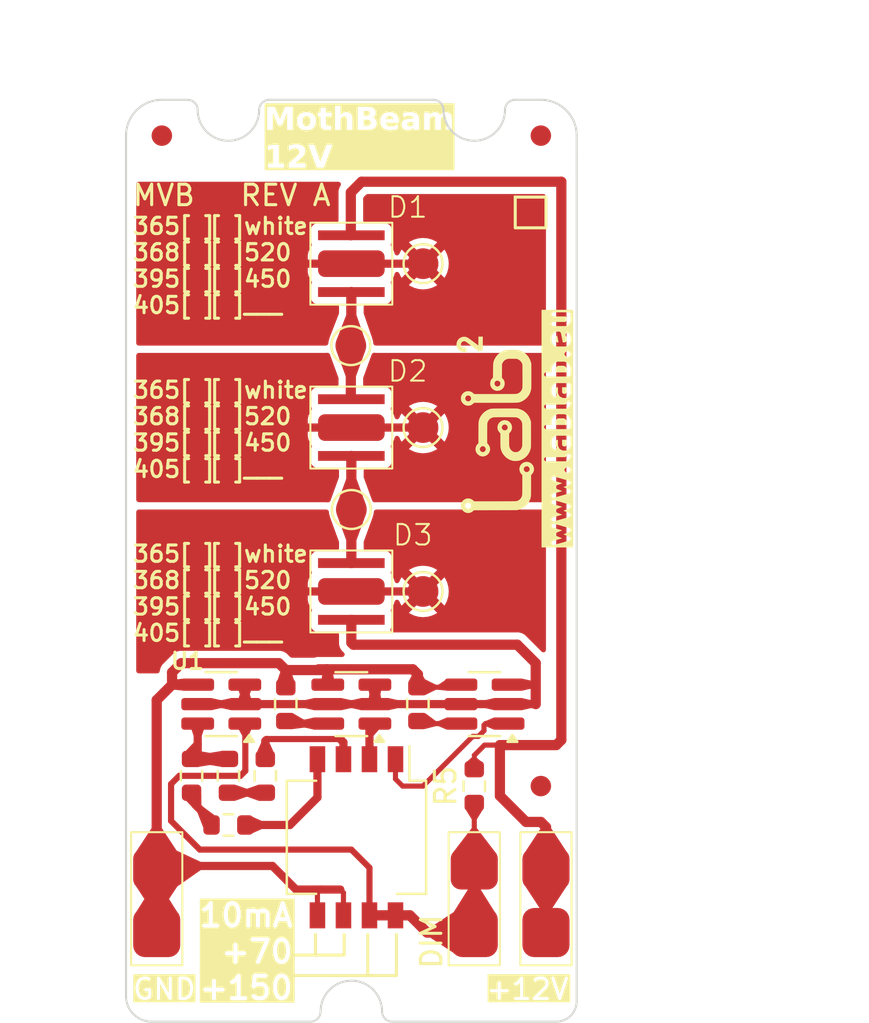
<source format=kicad_pcb>
(kicad_pcb (version 20240108) (generator "pcbnew") (generator_version "8.0")
  (layers (0 "F.Cu" signal) (31 "B.Cu" signal) (34 "B.Paste" user) (35 "F.Paste" user) (36 "B.SilkS" user "B.Silkscreen") (37 "F.SilkS" user "F.Silkscreen") (38 "B.Mask" user) (39 "F.Mask" user) (44 "Edge.Cuts" user))
  (net 0 "")
  (net 1 "/LED-")
  (net 2 "Net-(D1-K)")
  (net 3 "Net-(D2-K)")
  (net 4 "Net-(U3-REXT)")
  (net 5 "/LED+")
  (net 6 "EN")
  (net 7 "GND")
  (net 8 "Net-(R4-Pad2)")
  (net 9 "Net-(U1-REXT)")
  (net 10 "Net-(U2-REXT)")
  (net 11 "/T1")
  (net 12 "/T2")
  (net 13 "/T3")
  (net 14 "Net-(R6-Pad2)")
  (net 15 "Net-(R2-Pad2)")
  (net 16 "Net-(R3-Pad2)")
  (net 17 "Net-(U2-EN)")
  (net 18 "Net-(U3-EN)")
  (footprint "Fiducial:Fiducial_1mm_Mask3mm" (layer "F.Cu") (at 124.25 31.75)
    (property "Reference" "FID3" (hide yes))
    (property "Value" "Fiducial")
    (pad "" smd circle (at 0 0) (size 1 1) (layers "F.Cu" "F.Mask") (clearance 1))
  )
  (footprint "Button_Switch_SMD:SW_DIP_SPSTx04_Slide_KingTek_DSHP04TS_W7.62mm_P1.27mm" (layer "F.Cu") (at 115.25 66 -90)
    (property "Reference" "SW2" (hide yes))
    (property "Value" "SW_DIP_x04")
    (fp_line (start -2.76 3.401) (end 2.76 3.401) (stroke (width 0.12)) (layer "F.SilkS"))
    (fp_line (start -2.76 1.966) (end -2.76 3.401) (stroke (width 0.12)) (layer "F.SilkS"))
    (fp_line (start 2.76 1.966) (end 2.76 3.401) (stroke (width 0.12)) (layer "F.SilkS"))
    (fp_line (start -4.446 -2.585) (end -2.76 -2.585) (stroke (width 0.12)) (layer "F.SilkS"))
    (fp_line (start -2.76 -3.401) (end -2.76 -2.585) (stroke (width 0.12)) (layer "F.SilkS"))
    (fp_line (start -2.76 -3.401) (end 2.76 -3.401) (stroke (width 0.12)) (layer "F.SilkS"))
    (fp_line (start 2.76 -3.401) (end 2.76 -1.966) (stroke (width 0.12)) (layer "F.SilkS"))
    (pad "1" smd rect (at -3.81 -1.905 270) (size 1.27 0.76) (layers "F.Cu" "F.Paste" "F.Mask") (net 18 "Net-(U3-EN)"))
    (pad "2" smd rect (at -3.81 -0.635 270) (size 1.27 0.76) (layers "F.Cu" "F.Paste" "F.Mask") (net 17 "Net-(U2-EN)"))
    (pad "3" smd rect (at -3.81 0.635 270) (size 1.27 0.76) (layers "F.Cu" "F.Paste" "F.Mask") (net 14 "Net-(R6-Pad2)"))
    (pad "4" smd rect (at -3.81 1.905 270) (size 1.27 0.76) (layers "F.Cu" "F.Paste" "F.Mask") (net 8 "Net-(R4-Pad2)"))
    (pad "5" smd rect (at 3.81 1.905 270) (size 1.27 0.76) (layers "F.Cu" "F.Paste" "F.Mask") (net 7 "GND"))
    (pad "6" smd rect (at 3.81 0.635 270) (size 1.27 0.76) (layers "F.Cu" "F.Paste" "F.Mask") (net 7 "GND"))
    (pad "7" smd rect (at 3.81 -0.635 270) (size 1.27 0.76) (layers "F.Cu" "F.Paste" "F.Mask") (net 6 "EN"))
    (pad "8" smd rect (at 3.81 -1.905 270) (size 1.27 0.76) (layers "F.Cu" "F.Paste" "F.Mask") (net 6 "EN"))
  )
  (footprint "Resistor_SMD:R_0603_1608Metric" (layer "F.Cu") (at 110.8 63 90)
    (property "Reference" "R6" (hide yes))
    (property "Value" "5.1 1/3 W")
    (fp_line (start -0.237258 -0.5225) (end 0.237258 -0.5225) (stroke (width 0.12)) (layer "F.SilkS"))
    (fp_line (start -0.237258 0.5225) (end 0.237258 0.5225) (stroke (width 0.12)) (layer "F.SilkS"))
    (pad "1" smd roundrect (at -0.825 0 90) (size 0.8 0.95) (layers "F.Cu" "F.Paste" "F.Mask") (net 15 "Net-(R2-Pad2)"))
    (pad "2" smd roundrect (at 0.825 0 90) (size 0.8 0.95) (layers "F.Cu" "F.Paste" "F.Mask") (net 14 "Net-(R6-Pad2)"))
  )
  (footprint "Resistor_SMD:R_0603_1608Metric" (layer "F.Cu") (at 111.8 59.5 90)
    (property "Reference" "R9" (hide yes))
    (property "Value" "5.1 1/3 W")
    (fp_line (start -0.237258 -0.5225) (end 0.237258 -0.5225) (stroke (width 0.12)) (layer "F.SilkS"))
    (fp_line (start -0.237258 0.5225) (end 0.237258 0.5225) (stroke (width 0.12)) (layer "F.SilkS"))
    (pad "1" smd roundrect (at -0.825 0 90) (size 0.8 0.95) (layers "F.Cu" "F.Paste" "F.Mask") (net 10 "Net-(U2-REXT)"))
    (pad "2" smd roundrect (at 0.825 0 90) (size 0.8 0.95) (layers "F.Cu" "F.Paste" "F.Mask") (net 7 "GND"))
  )
  (footprint "TestPoint:TestPoint_Pad_D1.5mm" (layer "F.Cu") (at 115 50)
    (property "Reference" "TP1" (hide yes))
    (property "Value" "LED2+")
    (fp_circle (center 0 0) (end 0 0.95) (stroke (width 0.12)) (fill none) (layer "F.SilkS"))
    (pad "1" smd circle (at 0 0) (size 1.5 1.5) (layers "F.Cu" "F.Mask") (net 3 "Net-(D2-K)"))
  )
  (footprint "Fiducial:Fiducial_1mm_Mask3mm" (layer "F.Cu") (at 105.75 31.75)
    (property "Reference" "FID2" (hide yes))
    (property "Value" "Fiducial")
    (pad "" smd circle (at 0 0) (size 1 1) (layers "F.Cu" "F.Mask") (clearance 1))
  )
  (footprint "Fiducial:Fiducial_1mm_Mask3mm" (layer "F.Cu") (at 124.25 63.5)
    (property "Reference" "FID1" (hide yes))
    (property "Value" "Fiducial")
    (pad "" smd circle (at 0 0) (size 1 1) (layers "F.Cu" "F.Mask") (clearance 1))
  )
  (footprint "TestPoint:TestPoint_Pad_D1.5mm" (layer "F.Cu") (at 118.5 38)
    (property "Reference" "TP2" (hide yes))
    (property "Value" "LED2+")
    (fp_circle (center 0 0) (end 0 0.95) (stroke (width 0.12)) (fill none) (layer "F.SilkS"))
    (pad "1" smd circle (at 0 0) (size 1.5 1.5) (layers "F.Cu" "F.Mask") (net 11 "/T1"))
  )
  (footprint "TestPoint:TestPoint_Pad_D1.5mm" (layer "F.Cu") (at 118.5 54)
    (property "Reference" "TP5" (hide yes))
    (property "Value" "LED2+")
    (fp_circle (center 0 0) (end 0 0.95) (stroke (width 0.12)) (fill none) (layer "F.SilkS"))
    (pad "1" smd circle (at 0 0) (size 1.5 1.5) (layers "F.Cu" "F.Mask") (net 13 "/T3"))
  )
  (footprint "Package_TO_SOT_SMD:SC-74-6_1.55x2.9mm_P0.95mm" (layer "F.Cu") (at 108.65 59.5 180)
    (property "Reference" "U1" (at 1.65 2.1 0) (layer "F.SilkS") (effects (font (size 0.8 0.8))))
    (property "Value" "BCR421U")
    (fp_line (start 0 1.56) (end 0.775 1.56) (stroke (width 0.12)) (layer "F.SilkS"))
    (fp_line (start 0 1.56) (end -0.775 1.56) (stroke (width 0.12)) (layer "F.SilkS"))
    (fp_line (start 0 -1.56) (end 0.775 -1.56) (stroke (width 0.12)) (layer "F.SilkS"))
    (fp_line (start 0 -1.56) (end -0.775 -1.56) (stroke (width 0.12)) (layer "F.SilkS"))
    (fp_poly (pts (xy -1.3625 -1.51) (xy -1.6025 -1.84) (xy -1.1225 -1.84) (xy -1.3625 -1.51)) (stroke (width 0.12)) (fill solid) (layer "F.SilkS"))
    (pad "1" smd roundrect (at -1.15 -0.95 180) (size 1.6 0.6) (layers "F.Cu" "F.Paste" "F.Mask") (net 6 "EN"))
    (pad "2" smd roundrect (at -1.15 0 180) (size 1.6 0.6) (layers "F.Cu" "F.Paste" "F.Mask") (net 1 "/LED-"))
    (pad "3" smd roundrect (at -1.15 0.95 180) (size 1.6 0.6) (layers "F.Cu" "F.Paste" "F.Mask") (net 1 "/LED-"))
    (pad "4" smd roundrect (at 1.15 0.95 180) (size 1.6 0.6) (layers "F.Cu" "F.Paste" "F.Mask") (net 7 "GND"))
    (pad "5" smd roundrect (at 1.15 0 180) (size 1.6 0.6) (layers "F.Cu" "F.Paste" "F.Mask") (net 1 "/LED-"))
    (pad "6" smd roundrect (at 1.15 -0.95 180) (size 1.6 0.6) (layers "F.Cu" "F.Paste" "F.Mask") (net 9 "Net-(U1-REXT)"))
  )
  (footprint "TestPoint:TestPoint_Pad_D1.5mm" (layer "F.Cu") (at 114.9746 42)
    (property "Reference" "TP3" (hide yes))
    (property "Value" "LED2+" (hide yes))
    (fp_circle (center 0 0) (end 0 0.95) (stroke (width 0.12)) (fill none) (layer "F.SilkS"))
    (pad "1" smd circle (at 0 0) (size 1.5 1.5) (layers "F.Cu" "F.Mask") (net 2 "Net-(D1-K)"))
  )
  (footprint "Resistor_SMD:R_0603_1608Metric" (layer "F.Cu") (at 118.25 59.5 90)
    (property "Reference" "R1" (hide yes))
    (property "Value" "5.1 1/3 W")
    (fp_line (start -0.237258 -0.5225) (end 0.237258 -0.5225) (stroke (width 0.12)) (layer "F.SilkS"))
    (fp_line (start -0.237258 0.5225) (end 0.237258 0.5225) (stroke (width 0.12)) (layer "F.SilkS"))
    (pad "1" smd roundrect (at -0.825 0 90) (size 0.8 0.95) (layers "F.Cu" "F.Paste" "F.Mask") (net 4 "Net-(U3-REXT)"))
    (pad "2" smd roundrect (at 0.825 0 90) (size 0.8 0.95) (layers "F.Cu" "F.Paste" "F.Mask") (net 7 "GND"))
  )
  (footprint "Resistor_SMD:R_0603_1608Metric" (layer "F.Cu") (at 109 65.4)
    (property "Reference" "R4" (hide yes))
    (property "Value" "5.1 1/3 W")
    (fp_line (start -0.237258 -0.5225) (end 0.237258 -0.5225) (stroke (width 0.12)) (layer "F.SilkS"))
    (fp_line (start -0.237258 0.5225) (end 0.237258 0.5225) (stroke (width 0.12)) (layer "F.SilkS"))
    (pad "1" smd roundrect (at -0.825 0) (size 0.8 0.95) (layers "F.Cu" "F.Paste" "F.Mask") (net 16 "Net-(R3-Pad2)"))
    (pad "2" smd roundrect (at 0.825 0) (size 0.8 0.95) (layers "F.Cu" "F.Paste" "F.Mask") (net 8 "Net-(R4-Pad2)"))
  )
  (footprint "Resistor_SMD:R_0603_1608Metric" (layer "F.Cu") (at 121 63.5 -90)
    (property "Reference" "R5" (at 0 1.4 90) (layer "F.SilkS"))
    (property "Value" "5.1 1/3 W")
    (fp_line (start -0.237258 0.5225) (end 0.237258 0.5225) (stroke (width 0.12)) (layer "F.SilkS"))
    (fp_line (start -0.237258 -0.5225) (end 0.237258 -0.5225) (stroke (width 0.12)) (layer "F.SilkS"))
    (pad "1" smd roundrect (at -0.825 0 270) (size 0.8 0.95) (layers "F.Cu" "F.Paste" "F.Mask") (net 5 "/LED+"))
    (pad "2" smd roundrect (at 0.825 0 270) (size 0.8 0.95) (layers "F.Cu" "F.Paste" "F.Mask") (net 6 "EN"))
  )
  (footprint "LabLab:Wuerth_HP_Ceramic" (layer "F.Cu") (at 115 38 90)
    (property "Reference" "D1" (at 2.75 2.75 0) (layer "F.SilkS") (effects (font (thickness 0.1))))
    (property "Value" "LED1")
    (fp_rect (start -2 -2) (end 2 2) (stroke (width 0.1)) (fill none) (layer "F.SilkS"))
    (pad "1" smd custom (at -1.385 0 90) (size 0.48 3.25) (layers "F.Cu" "F.Paste" "F.Mask") (net 2 "Net-(D1-K)") (options (clearance outline) (anchor rect)) (primitives (gr_bbox (start -0.75 -0.25) (end 0 0.25) (fill yes))))
    (pad "2" smd custom (at 1.385 0 90) (size 0.48 3.25) (layers "F.Cu" "F.Paste" "F.Mask") (net 5 "/LED+") (options (clearance outline) (anchor rect)) (primitives (gr_bbox (start 0 -0.25) (end 0.75 0.25) (fill yes))))
    (pad "3" smd roundrect (at 0 0 90) (size 1.3 3.25) (layers "F.Cu" "F.Paste" "F.Mask") (net 11 "/T1"))
  )
  (footprint "Package_TO_SOT_SMD:SC-74-6_1.55x2.9mm_P0.95mm" (layer "F.Cu") (at 115 59.5 180)
    (property "Reference" "U2" (hide yes))
    (property "Value" "BCR421U")
    (fp_line (start 0 1.56) (end 0.775 1.56) (stroke (width 0.12)) (layer "F.SilkS"))
    (fp_line (start 0 1.56) (end -0.775 1.56) (stroke (width 0.12)) (layer "F.SilkS"))
    (fp_line (start 0 -1.56) (end 0.775 -1.56) (stroke (width 0.12)) (layer "F.SilkS"))
    (fp_line (start 0 -1.56) (end -0.775 -1.56) (stroke (width 0.12)) (layer "F.SilkS"))
    (fp_poly (pts (xy -1.3625 -1.51) (xy -1.6025 -1.84) (xy -1.1225 -1.84) (xy -1.3625 -1.51)) (stroke (width 0.12)) (fill solid) (layer "F.SilkS"))
    (pad "1" smd roundrect (at -1.15 -0.95 180) (size 1.6 0.6) (layers "F.Cu" "F.Paste" "F.Mask") (net 17 "Net-(U2-EN)"))
    (pad "2" smd roundrect (at -1.15 0 180) (size 1.6 0.6) (layers "F.Cu" "F.Paste" "F.Mask") (net 1 "/LED-"))
    (pad "3" smd roundrect (at -1.15 0.95 180) (size 1.6 0.6) (layers "F.Cu" "F.Paste" "F.Mask") (net 1 "/LED-"))
    (pad "4" smd roundrect (at 1.15 0.95 180) (size 1.6 0.6) (layers "F.Cu" "F.Paste" "F.Mask") (net 7 "GND"))
    (pad "5" smd roundrect (at 1.15 0 180) (size 1.6 0.6) (layers "F.Cu" "F.Paste" "F.Mask") (net 1 "/LED-"))
    (pad "6" smd roundrect (at 1.15 -0.95 180) (size 1.6 0.6) (layers "F.Cu" "F.Paste" "F.Mask") (net 10 "Net-(U2-REXT)"))
  )
  (footprint "LabLab:2834171-3" (layer "F.Cu") (at 121 69 90)
    (property "Reference" "J3" (hide yes))
    (property "Value" "EN")
    (fp_rect (start -3.25 -1.25) (end 3.25 1.25) (stroke (width 0.1)) (fill none) (layer "F.SilkS"))
    (pad "1" smd roundrect (at -1.65 0 90) (size 2.4 2.3) (layers "F.Cu" "F.Paste" "F.Mask") (net 6 "EN"))
    (pad "1" smd roundrect (at 1.45 0 90) (size 2 2.3) (layers "F.Cu" "F.Paste" "F.Mask") (net 6 "EN"))
  )
  (footprint "LabLab:logo_10mm_5mm" (layer "F.Cu") (at 122 46 90)
    (property "Reference" "H1" (hide yes))
    (property "Value" "LabLab Logo" (hide yes))
    (fp_poly (pts (xy 4.137674 -1.860048) (xy 4.21182 -1.836442) (xy 4.278747 -1.798387) (xy 4.336456 -1.746937) (xy 4.370075 -1.703848) (xy 4.408129 -1.63249) (xy 4.429936 -1.557722) (xy 4.435344 -1.481276) (xy 4.424205 -1.404882) (xy 4.401603 -1.341262) (xy 4.39173 -1.324062) (xy 4.372803 -1.295131) (xy 4.346162 -1.256367) (xy 4.313145 -1.209666) (xy 4.275093 -1.156927) (xy 4.233344 -1.100047) (xy 4.1953 -1.048993) (xy 4.009381 -0.801249) (xy 4.224191 -0.798959) (xy 4.439002 -0.79667) (xy 4.439002 -0.582726) (xy 3.787876 -0.582726) (xy 3.744869 -0.668428) (xy 3.701861 -0.754131) (xy 3.947051 -1.080817) (xy 3.996817 -1.147387) (xy 4.043698 -1.210601) (xy 4.08662 -1.268977) (xy 4.124511 -1.321033) (xy 4.156299 -1.365288) (xy 4.180911 -1.400258) (xy 4.197275 -1.424462) (xy 4.204218 -1.436169) (xy 4.2154 -1.48326) (xy 4.211242 -1.529738) (xy 4.193393 -1.572713) (xy 4.163498 -1.609294) (xy 4.123206 -1.636588) (xy 4.082216 -1.650288) (xy 4.045939 -1.650605) (xy 4.005709 -1.640278) (xy 3.968943 -1.621489) (xy 3.959192 -1.614105) (xy 3.934475 -1.58926) (xy 3.917554 -1.561036) (xy 3.906822 -1.525315) (xy 3.900672 -1.477978) (xy 3.899493 -1.4611) (xy 3.894838 -1.383975) (xy 3.680601 -1.383975) (xy 3.68199 -1.471617) (xy 3.687269 -1.548858) (xy 3.701372 -1.614168) (xy 3.725706 -1.671069) (xy 3.761679 -1.723082) (xy 3.798048 -1.761875) (xy 3.855979 -1.810039) (xy 3.915159 -1.842779) (xy 3.979339 -1.861629) (xy 4.052273 -1.86812) (xy 4.058312 -1.868151)) (fill solid) (layer "F.SilkS"))
    (fp_poly (pts (xy -3.770753 -1.649153) (xy -3.739967 -1.647133) (xy -3.71583 -1.642685) (xy -3.693106 -1.634924) (xy -3.672629 -1.62583) (xy -3.602829 -1.58445) (xy -3.545951 -1.531862) (xy -3.502202 -1.468347) (xy -3.471788 -1.394189) (xy -3.457811 -1.331489) (xy -3.456595 -1.290576) (xy -3.462797 -1.241333) (xy -3.475197 -1.190236) (xy -3.49258 -1.14376) (xy -3.493448 -1.141906) (xy -3.510915 -1.111419) (xy -3.535047 -1.077161) (xy -3.556955 -1.050725) (xy -3.59919 -1.004514) (xy -3.59919 0.002174) (xy -3.599114 0.170368) (xy -3.598887 0.325175) (xy -3.598513 0.466222) (xy -3.597995 0.593137) (xy -3.597336 0.705547) (xy -3.596539 0.803078) (xy -3.595607 0.885358) (xy -3.594544 0.952013) (xy -3.593351 1.002672) (xy -3.592033 1.03696) (xy -3.590592 1.054505) (xy -3.590501 1.055021) (xy -3.568772 1.125839) (xy -3.532637 1.189801) (xy -3.484105 1.244972) (xy -3.425188 1.289419) (xy -3.357895 1.321206) (xy -3.298018 1.336444) (xy -3.277208 1.33838) (xy -3.240596 1.340127) (xy -3.189518 1.341661) (xy -3.125312 1.34296) (xy -3.049312 1.344001) (xy -2.962857 1.344761) (xy -2.867281 1.345216) (xy -2.781631 1.345347) (xy -2.319706 1.345411) (xy -2.275322 1.303435) (xy -2.214081 1.256004) (xy -2.148579 1.223857) (xy -2.080695 1.206274) (xy -2.012306 1.202536) (xy -1.945291 1.211925) (xy -1.88153 1.233722) (xy -1.822899 1.267209) (xy -1.77128 1.311667) (xy -1.728548 1.366378) (xy -1.696585 1.430622) (xy -1.677267 1.503682) (xy -1.673633 1.5336) (xy -1.675428 1.609164) (xy -1.692895 1.680344) (xy -1.724781 1.745456) (xy -1.769835 1.802816) (xy -1.826803 1.850739) (xy -1.894434 1.887541) (xy -1.951217 1.906785) (xy -2.002013 1.916591) (xy -2.049856 1.917311) (xy -2.098017 1.910398) (xy -2.162089 1.890184) (xy -2.224416 1.856387) (xy -2.27391 1.817198) (xy -2.319706 1.773886) (xy -2.821582 1.773886) (xy -2.933812 1.773849) (xy -3.030438 1.773664) (xy -3.112995 1.773219) (xy -3.183018 1.772405) (xy -3.242042 1.77111) (xy -3.291602 1.769224) (xy -3.333232 1.766636) (xy -3.368469 1.763235) (xy -3.398847 1.758911) (xy -3.4259 1.753552) (xy -3.451165 1.747048) (xy -3.476175 1.739289) (xy -3.502466 1.730163) (xy -3.521038 1.723421) (xy -3.616781 1.679673) (xy -3.707543 1.62123) (xy -3.789686 1.551384) (xy -2.171975 1.551384) (xy -2.16779 1.595655) (xy -2.149779 1.636302) (xy -2.11863 1.670166) (xy -2.087347 1.68908) (xy -2.054721 1.701394) (xy -2.026705 1.704304) (xy -1.99413 1.69852) (xy -1.987744 1.696797) (xy -1.956604 1.681403) (xy -1.926085 1.655351) (xy -1.902132 1.62427) (xy -1.894385 1.608366) (xy -1.886019 1.563421) (xy -1.892728 1.518411) (xy -1.912944 1.477376) (xy -1.945101 1.444356) (xy -1.962073 1.433701) (xy -2.009389 1.417066) (xy -2.055532 1.416737) (xy -2.098192 1.432304) (xy -2.135058 1.463356) (xy -2.136122 1.464609) (xy -2.161648 1.506649) (xy -2.171975 1.551384) (xy -3.789686 1.551384) (xy -3.790911 1.550342) (xy -3.864473 1.46926) (xy -3.925816 1.380234) (xy -3.960705 1.313271) (xy -3.975182 1.277746) (xy -3.990935 1.233427) (xy -4.00522 1.18818) (xy -4.009218 1.17412) (xy -4.031594 1.092611) (xy -4.036936 -1.014459) (xy -4.074353 -1.05446) (xy -4.121126 -1.115904) (xy -4.152651 -1.182265) (xy -4.169338 -1.251492) (xy -4.170673 -1.292912) (xy -3.958105 -1.292912) (xy -3.951059 -1.25169) (xy -3.931257 -1.213205) (xy -3.898021 -1.180377) (xy -3.887223 -1.173206) (xy -3.853455 -1.160793) (xy -3.812192 -1.157314) (xy -3.770634 -1.162879) (xy -3.747544 -1.171076) (xy -3.71234 -1.196782) (xy -3.686994 -1.233866) (xy -3.673907 -1.278278) (xy -3.672643 -1.297493) (xy -3.680273 -1.346063) (xy -3.701665 -1.386449) (xy -3.734576 -1.416594) (xy -3.776759 -1.434436) (xy -3.82572 -1.437937) (xy -3.872285 -1.426805) (xy -3.909484 -1.403818) (xy -3.936639 -1.371895) (xy -3.953072 -1.333953) (xy -3.958105 -1.292912) (xy -4.170673 -1.292912) (xy -4.171596 -1.321536) (xy -4.159836 -1.390346) (xy -4.13447 -1.455873) (xy -4.095906 -1.516067) (xy -4.044555 -1.568876) (xy -3.980829 -1.612252) (xy -3.960648 -1.622511) (xy -3.933136 -1.634907) (xy -3.910188 -1.642824) (xy -3.886419 -1.647256) (xy -3.856444 -1.649194) (xy -3.81488 -1.649629) (xy -3.813427 -1.649629)) (fill solid) (layer "F.SilkS"))
    (fp_poly (pts (xy 1.464108 -1.649236) (xy 1.494362 -1.647392) (xy 1.518229 -1.643103) (xy 1.541081 -1.635373) (xy 1.568291 -1.623209) (xy 1.570566 -1.622133) (xy 1.637383 -1.581829) (xy 1.691825 -1.53133) (xy 1.733492 -1.472707) (xy 1.761981 -1.408026) (xy 1.776891 -1.339359) (xy 1.777821 -1.268772) (xy 1.764369 -1.198337) (xy 1.736134 -1.13012) (xy 1.692713 -1.066192) (xy 1.681027 -1.052847) (xy 1.636775 -1.004514) (xy 1.636775 0.006459) (xy 1.636851 0.175083) (xy 1.637076 0.3303) (xy 1.637449 0.47174) (xy 1.637965 0.599033) (xy 1.638621 0.711809) (xy 1.639415 0.809697) (xy 1.640343 0.892328) (xy 1.641403 0.959332) (xy 1.642591 1.010337) (xy 1.643905 1.044975) (xy 1.645341 1.062875) (xy 1.645464 1.063591) (xy 1.667377 1.135321) (xy 1.703734 1.200281) (xy 1.752489 1.25637) (xy 1.811595 1.301486) (xy 1.879007 1.333531) (xy 1.919569 1.344971) (xy 1.935321 1.347185) (xy 1.960927 1.349032) (xy 1.997265 1.350524) (xy 2.045213 1.35167) (xy 2.105648 1.352482) (xy 2.179448 1.352971) (xy 2.267491 1.353146) (xy 2.370654 1.353019) (xy 2.489815 1.352601) (xy 2.52846 1.352423) (xy 3.090219 1.349696) (xy 3.15481 1.317768) (xy 3.222241 1.27576) (xy 3.277107 1.222295) (xy 3.320318 1.156447) (xy 3.327666 1.141657) (xy 3.35496 1.084042) (xy 3.357765 0.876884) (xy 3.358498 0.807234) (xy 3.358519 0.752164) (xy 3.357721 0.709125) (xy 3.355995 0.675569) (xy 3.353234 0.648945) (xy 3.349331 0.626707) (xy 3.346736 0.615725) (xy 3.319522 0.542299) (xy 3.278408 0.478466) (xy 3.224364 0.425407) (xy 3.158361 0.384305) (xy 3.155297 0.382837) (xy 3.097875 0.355634) (xy 2.764347 0.353109) (xy 2.430819 0.350585) (xy 2.391574 0.388221) (xy 2.331803 0.436324) (xy 2.268871 0.468134) (xy 2.200526 0.484472) (xy 2.124518 0.486161) (xy 2.123527 0.486094) (xy 2.04873 0.472994) (xy 1.980952 0.445621) (xy 1.92149 0.405856) (xy 1.871641 0.355579) (xy 1.832703 0.296671) (xy 1.805971 0.231011) (xy 1.792745 0.160481) (xy 1.793521 0.124237) (xy 2.006615 0.124237) (xy 2.00708 0.137672) (xy 2.017323 0.18724) (xy 2.040796 0.226248) (xy 2.078199 0.255827) (xy 2.080936 0.257345) (xy 2.116838 0.269327) (xy 2.15804 0.271806) (xy 2.197628 0.26507) (xy 2.226284 0.251278) (xy 2.26039 0.216866) (xy 2.281398 0.176095) (xy 2.289332 0.1323) (xy 2.284218 0.088818) (xy 2.26608 0.048983) (xy 2.234943 0.016133) (xy 2.224485 0.009001) (xy 2.187478 -0.0053) (xy 2.144468 -0.009099) (xy 2.102421 -0.002484) (xy 2.073148 0.010915) (xy 2.035517 0.043411) (xy 2.01372 0.080454) (xy 2.006615 0.124237) (xy 1.793521 0.124237) (xy 1.794319 0.086961) (xy 1.807082 0.027338) (xy 1.836959 -0.043614) (xy 1.879262 -0.104262) (xy 1.932065 -0.153666) (xy 1.993438 -0.190887) (xy 2.061455 -0.214984) (xy 2.134188 -0.225018) (xy 2.209708 -0.220049) (xy 2.277911 -0.202173) (xy 2.322031 -0.182137) (xy 2.364751 -0.153196) (xy 2.403745 -0.119106) (xy 2.438023 -0.086624) (xy 2.785088 -0.083603) (xy 2.879802 -0.082679) (xy 2.95938 -0.081521) (xy 3.025826 -0.079858) (xy 3.081142 -0.077421) (xy 3.127331 -0.073939) (xy 3.166397 -0.069143) (xy 3.200342 -0.062763) (xy 3.231171 -0.054529) (xy 3.260885 -0.044171) (xy 3.291488 -0.031419) (xy 3.324984 -0.016004) (xy 3.340044 -0.008839) (xy 3.442883 0.049262) (xy 3.533609 0.119481) (xy 3.612315 0.201911) (xy 3.679099 0.296641) (xy 3.701282 0.335718) (xy 3.728654 0.391515) (xy 3.750711 0.447549) (xy 3.767852 0.506262) (xy 3.780471 0.570096) (xy 3.788967 0.641492) (xy 3.793735 0.722892) (xy 3.795171 0.816738) (xy 3.794092 0.907069) (xy 3.792525 0.973721) (xy 3.790806 1.026279) (xy 3.788658 1.067787) (xy 3.785801 1.101289) (xy 3.781956 1.129829) (xy 3.776845 1.156453) (xy 3.770189 1.184203) (xy 3.767909 1.192978) (xy 3.730332 1.303264) (xy 3.678332 1.405135) (xy 3.612965 1.497531) (xy 3.535286 1.579398) (xy 3.44635 1.649677) (xy 3.347213 1.707312) (xy 3.238932 1.751246) (xy 3.198242 1.763416) (xy 3.115014 1.786071) (xy 2.532288 1.787704) (xy 2.432224 1.787874) (xy 2.335953 1.787824) (xy 2.245046 1.787569) (xy 2.16108 1.787124) (xy 2.085628 1.786501) (xy 2.020264 1.785717) (xy 1.966562 1.784784) (xy 1.926097 1.783717) (xy 1.900442 1.78253) (xy 1.89386 1.781924) (xy 1.837712 1.771273) (xy 1.774114 1.754137) (xy 1.710356 1.732781) (xy 1.653725 1.709468) (xy 1.641129 1.703397) (xy 1.54841 1.647745) (xy 1.462739 1.57814) (xy 1.386397 1.497092) (xy 1.321665 1.407112) (xy 1.270822 1.310708) (xy 1.259644 1.283574) (xy 1.252227 1.264558) (xy 1.245559 1.247182) (xy 1.239602 1.230477) (xy 1.234316 1.213479) (xy 1.229659 1.195221) (xy 1.225594 1.174736) (xy 1.222079 1.151058) (xy 1.219074 1.12322) (xy 1.21654 1.090256) (xy 1.214437 1.0512) (xy 1.212724 1.005086) (xy 1.211362 0.950946) (xy 1.210311 0.887815) (xy 1.209531 0.814725) (xy 1.208981 0.730712) (xy 1.208623 0.634808) (xy 1.208415 0.526046) (xy 1.208318 0.403461) (xy 1.208293 0.266087) (xy 1.208298 0.112956) (xy 1.2083 0.041894) (xy 1.2083 -1.005261) (xy 1.164989 -1.051056) (xy 1.117753 -1.112419) (xy 1.085663 -1.178925) (xy 1.068339 -1.248457) (xy 1.065497 -1.316636) (xy 1.279446 -1.316636) (xy 1.280126 -1.277326) (xy 1.295363 -1.235295) (xy 1.296137 -1.233751) (xy 1.323373 -1.193947) (xy 1.358224 -1.169008) (xy 1.402573 -1.157788) (xy 1.422519 -1.156883) (xy 1.455425 -1.158723) (xy 1.480032 -1.165968) (xy 1.50495 -1.181202) (xy 1.505995 -1.181956) (xy 1.539777 -1.215303) (xy 1.559399 -1.253792) (xy 1.565902 -1.294657) (xy 1.56033 -1.335129) (xy 1.543727 -1.37244) (xy 1.517136 -1.403823) (xy 1.481599 -1.426509) (xy 1.43816 -1.437731) (xy 1.409545 -1.437879) (xy 1.361008 -1.426536) (xy 1.322734 -1.401617) (xy 1.295243 -1.363471) (xy 1.293185 -1.359114) (xy 1.279446 -1.316636) (xy 1.065497 -1.316636) (xy 1.065403 -1.318896) (xy 1.076474 -1.388124) (xy 1.101174 -1.454022) (xy 1.139123 -1.514474) (xy 1.189943 -1.56736) (xy 1.253253 -1.610562) (xy 1.266371 -1.617357) (xy 1.296567 -1.631858) (xy 1.320154 -1.641202) (xy 1.342588 -1.646522) (xy 1.369321 -1.648946) (xy 1.405806 -1.649606) (xy 1.422093 -1.649629)) (fill solid) (layer "F.SilkS"))
    (fp_poly (pts (xy -0.989145 -0.935087) (xy -0.917796 -0.913923) (xy -0.851485 -0.877625) (xy -0.804809 -0.839106) (xy -0.761543 -0.796964) (xy -0.260437 -0.796964) (xy -0.148101 -0.796925) (xy -0.051376 -0.796732) (xy 0.031266 -0.796271) (xy 0.101355 -0.795427) (xy 0.160418 -0.794087) (xy 0.209984 -0.792134) (xy 0.251581 -0.789456) (xy 0.286737 -0.785937) (xy 0.31698 -0.781463) (xy 0.34384 -0.77592) (xy 0.368843 -0.769193) (xy 0.39352 -0.761169) (xy 0.419397 -0.751731) (xy 0.437838 -0.744688) (xy 0.525972 -0.702602) (xy 0.611115 -0.646451) (xy 0.690516 -0.57891) (xy 0.76142 -0.502658) (xy 0.821076 -0.42037) (xy 0.86673 -0.334723) (xy 0.871802 -0.322729) (xy 0.882529 -0.296804) (xy 0.891833 -0.274216) (xy 0.899821 -0.253599) (xy 0.906599 -0.233585) (xy 0.912272 -0.212807) (xy 0.916947 -0.189898) (xy 0.920731 -0.163491) (xy 0.92373 -0.132218) (xy 0.926049 -0.094712) (xy 0.927796 -0.049606) (xy 0.929075 0.004468) (xy 0.929995 0.068875) (xy 0.930661 0.144985) (xy 0.931178 0.234163) (xy 0.931654 0.337777) (xy 0.932181 0.454183) (xy 0.932711 0.590581) (xy 0.932922 0.710307) (xy 0.93281 0.813825) (xy 0.93237 0.9016) (xy 0.931598 0.974095) (xy 0.930489 1.031774) (xy 0.929037 1.075102) (xy 0.92724 1.104543) (xy 0.925566 1.11832) (xy 0.895933 1.23359) (xy 0.851692 1.340403) (xy 0.793575 1.437942) (xy 0.722316 1.52539) (xy 0.638648 1.60193) (xy 0.543305 1.666744) (xy 0.437019 1.719015) (xy 0.36239 1.745886) (xy 0.287079 1.769417) (xy -0.329925 1.771132) (xy -0.452451 1.771418) (xy -0.559021 1.771539) (xy -0.650819 1.771475) (xy -0.729028 1.771208) (xy -0.794832 1.77072) (xy -0.849412 1.769993) (xy -0.893953 1.769008) (xy -0.929638 1.767747) (xy -0.957649 1.766192) (xy -0.979169 1.764324) (xy -0.995383 1.762126) (xy -1.002631 1.760733) (xy -1.040096 1.751397) (xy -1.08384 1.738775) (xy -1.122604 1.726201) (xy -1.225623 1.681382) (xy -1.320357 1.622321) (xy -1.405467 1.550447) (xy -1.479613 1.467186) (xy -1.541456 1.373968) (xy -1.589656 1.272218) (xy -1.612519 1.204015) (xy -1.623581 1.150717) (xy -1.63041 1.087168) (xy -1.632947 1.01891) (xy -1.631132 0.951482) (xy -1.624907 0.890427) (xy -1.616304 0.8484) (xy -1.578601 0.742674) (xy -1.526506 0.644027) (xy -1.461452 0.554032) (xy -1.416076 0.506766) (xy -0.13522 0.506766) (xy -0.123937 0.547362) (xy -0.101252 0.583395) (xy -0.06747 0.611698) (xy -0.035018 0.625953) (xy 0.003131 0.632768) (xy 0.038971 0.627398) (xy 0.068814 0.614861) (xy 0.108614 0.58763) (xy 0.133551 0.552786) (xy 0.144774 0.508442) (xy 0.145682 0.488461) (xy 0.142933 0.45101) (xy 0.133459 0.422568) (xy 0.126331 0.410461) (xy 0.101672 0.384424) (xy 0.067569 0.361993) (xy 0.030842 0.346952) (xy 0.004285 0.34278) (xy -0.019371 0.346701) (xy -0.048363 0.356595) (xy -0.060277 0.362061) (xy -0.09763 0.389254) (xy -0.122369 0.424546) (xy -0.134798 0.464772) (xy -0.13522 0.506766) (xy -1.416076 0.506766) (xy -1.384871 0.474262) (xy -1.298197 0.406289) (xy -1.202862 0.351687) (xy -1.139515 0.325049) (xy -1.105292 0.312836) (xy -1.074359 0.302749) (xy -1.04464 0.294586) (xy -1.014057 0.288144) (xy -0.980533 0.28322) (xy -0.941992 0.279612) (xy -0.896355 0.277117) (xy -0.841545 0.275534) (xy -0.775487 0.274659) (xy -0.696102 0.27429) (xy -0.618078 0.274224) (xy -0.286062 0.274224) (xy -0.242966 0.232684) (xy -0.181982 0.185026) (xy -0.11492 0.152312) (xy -0.044047 0.134561) (xy 0.028371 0.131794) (xy 0.100068 0.14403) (xy 0.168776 0.171289) (xy 0.23223 0.213593) (xy 0.248964 0.22834) (xy 0.299949 0.285411) (xy 0.335026 0.347209) (xy 0.355125 0.415863) (xy 0.36118 0.485901) (xy 0.35409 0.561779) (xy 0.332979 0.63036) (xy 0.299683 0.690857) (xy 0.256036 0.742477) (xy 0.203875 0.784432) (xy 0.145035 0.81593) (xy 0.081351 0.836181) (xy 0.01466 0.844396) (xy -0.053205 0.839784) (xy -0.120406 0.821554) (xy -0.185109 0.788917) (xy -0.241135 0.745221) (xy -0.286427 0.702699) (xy -0.578684 0.702699) (xy -0.660246 0.702988) (xy -0.73435 0.703821) (xy -0.799124 0.705148) (xy -0.852693 0.706918) (xy -0.893184 0.709078) (xy -0.918724 0.711579) (xy -0.92139 0.712025) (xy -0.993865 0.73337) (xy -1.059412 0.76843) (xy -1.115432 0.815376) (xy -1.159324 0.87238) (xy -1.166053 0.884149) (xy -1.179959 0.910988) (xy -1.188617 0.932805) (xy -1.19326 0.955297) (xy -1.195124 0.984162) (xy -1.195445 1.01977) (xy -1.194891 1.06012) (xy -1.192503 1.089044) (xy -1.187187 1.11224) (xy -1.177853 1.135404) (xy -1.170345 1.150717) (xy -1.132401 1.207558) (xy -1.081295 1.257003) (xy -1.020182 1.296889) (xy -0.952221 1.325051) (xy -0.898135 1.337252) (xy -0.87753 1.338946) (xy -0.84187 1.340432) (xy -0.793084 1.34171) (xy -0.733098 1.342781) (xy -0.663837 1.343645) (xy -0.58723 1.344303) (xy -0.505202 1.344757) (xy -0.419679 1.345005) (xy -0.33259 1.345049) (xy -0.245859 1.34489) (xy -0.161414 1.344529) (xy -0.081182 1.343965) (xy -0.007088 1.343199) (xy 0.058939 1.342232) (xy 0.114975 1.341065) (xy 0.159092 1.339699) (xy 0.189364 1.338133) (xy 0.201384 1.336902) (xy 0.274037 1.316768) (xy 0.340106 1.282303) (xy 0.397561 1.235481) (xy 0.444369 1.178277) (xy 0.478498 1.112665) (xy 0.496286 1.050332) (xy 0.498306 1.030409) (xy 0.500087 0.995274) (xy 0.501628 0.94684) (xy 0.502931 0.887023) (xy 0.503994 0.817735) (xy 0.504818 0.74089) (xy 0.505404 0.658403) (xy 0.50575 0.572186) (xy 0.505857 0.484154) (xy 0.505725 0.39622) (xy 0.505354 0.310299) (xy 0.504744 0.228303) (xy 0.503895 0.152148) (xy 0.502807 0.083746) (xy 0.50148 0.025011) (xy 0.499915 -0.022142) (xy 0.49811 -0.0558) (xy 0.496275 -0.07301) (xy 0.474606 -0.145416) (xy 0.438724 -0.210902) (xy 0.390617 -0.267451) (xy 0.332272 -0.313049) (xy 0.265675 -0.345681) (xy 0.213209 -0.360114) (xy 0.19562 -0.361814) (xy 0.162431 -0.363377) (xy 0.115177 -0.364778) (xy 0.055398 -0.365993) (xy -0.015369 -0.366996) (xy -0.095587 -0.367762) (xy -0.183718 -0.368266) (xy -0.278224 -0.368482) (xy -0.298131 -0.368489) (xy -0.765314 -0.368489) (xy -0.811109 -0.325178) (xy -0.87043 -0.279449) (xy -0.93634 -0.246966) (xy -1.005778 -0.228713) (xy -1.075683 -0.225675) (xy -1.107608 -0.229743) (xy -1.184036 -0.252234) (xy -1.252035 -0.288903) (xy -1.310123 -0.338264) (xy -1.356818 -0.398826) (xy -1.390639 -0.4691) (xy -1.407356 -0.530912) (xy -1.411479 -0.598043) (xy -1.411209 -0.599708) (xy -1.197434 -0.599708) (xy -1.194011 -0.555015) (xy -1.187295 -0.535277) (xy -1.167989 -0.498318) (xy -1.143697 -0.472746) (xy -1.10975 -0.453162) (xy -1.072292 -0.440137) (xy -1.038786 -0.439581) (xy -1.001709 -0.451493) (xy -0.997992 -0.453153) (xy -0.955376 -0.480493) (xy -0.926251 -0.51597) (xy -0.911148 -0.556786) (xy -0.9106 -0.600146) (xy -0.925138 -0.643256) (xy -0.954371 -0.682403) (xy -0.995338 -0.713367) (xy -1.038524 -0.727637) (xy -1.082284 -0.725215) (xy -1.124976 -0.706098) (xy -1.153647 -0.682481) (xy -1.183938 -0.642375) (xy -1.197434 -0.599708) (xy -1.411209 -0.599708) (xy -1.400443 -0.666155) (xy -1.375782 -0.732345) (xy -1.33903 -0.793706) (xy -1.291721 -0.847334) (xy -1.23539 -0.890324) (xy -1.210307 -0.904071) (xy -1.137711 -0.930531) (xy -1.06322 -0.940746)) (fill solid) (layer "F.SilkS"))
  )
  (footprint "Resistor_SMD:R_0603_1608Metric" (layer "F.Cu") (at 107.2 63 -90)
    (property "Reference" "R3" (hide yes))
    (property "Value" "5.1 1/3 W")
    (fp_line (start -0.237258 0.5225) (end 0.237258 0.5225) (stroke (width 0.12)) (layer "F.SilkS"))
    (fp_line (start -0.237258 -0.5225) (end 0.237258 -0.5225) (stroke (width 0.12)) (layer "F.SilkS"))
    (pad "1" smd roundrect (at -0.825 0 270) (size 0.8 0.95) (layers "F.Cu" "F.Paste" "F.Mask") (net 9 "Net-(U1-REXT)"))
    (pad "2" smd roundrect (at 0.825 0 270) (size 0.8 0.95) (layers "F.Cu" "F.Paste" "F.Mask") (net 16 "Net-(R3-Pad2)"))
  )
  (footprint "LabLab:2834171-3" (layer "F.Cu") (at 105.5 69 90)
    (property "Reference" "J8" (hide yes))
    (property "Value" "GND")
    (fp_rect (start -3.25 -1.25) (end 3.25 1.25) (stroke (width 0.1)) (fill none) (layer "F.SilkS"))
    (pad "1" smd roundrect (at -1.65 0 90) (size 2.4 2.3) (layers "F.Cu" "F.Paste" "F.Mask") (net 7 "GND"))
    (pad "1" smd roundrect (at 1.45 0 90) (size 2 2.3) (layers "F.Cu" "F.Paste" "F.Mask") (net 7 "GND"))
  )
  (footprint "LabLab:Wuerth_HP_Ceramic" (layer "F.Cu") (at 115 46 90)
    (property "Reference" "D2" (at 2.75 2.75 0) (layer "F.SilkS") (effects (font (thickness 0.1))))
    (property "Value" "LED2")
    (fp_rect (start -2 -2) (end 2 2) (stroke (width 0.1)) (fill none) (layer "F.SilkS"))
    (pad "1" smd custom (at -1.385 0 90) (size 0.48 3.25) (layers "F.Cu" "F.Paste" "F.Mask") (net 3 "Net-(D2-K)") (options (clearance outline) (anchor rect)) (primitives (gr_bbox (start -0.75 -0.25) (end 0 0.25) (fill yes))))
    (pad "2" smd custom (at 1.385 0 90) (size 0.48 3.25) (layers "F.Cu" "F.Paste" "F.Mask") (net 2 "Net-(D1-K)") (options (clearance outline) (anchor rect)) (primitives (gr_bbox (start 0 -0.25) (end 0.75 0.25) (fill yes))))
    (pad "3" smd roundrect (at 0 0 90) (size 1.3 3.25) (layers "F.Cu" "F.Paste" "F.Mask") (net 12 "/T2"))
  )
  (footprint "TestPoint:TestPoint_Pad_D1.5mm" (layer "F.Cu") (at 118.5 46)
    (property "Reference" "TP4" (hide yes))
    (property "Value" "LED2+")
    (fp_circle (center 0 0) (end 0 0.95) (stroke (width 0.12)) (fill none) (layer "F.SilkS"))
    (pad "1" smd circle (at 0 0) (size 1.5 1.5) (layers "F.Cu" "F.Mask") (net 12 "/T2"))
  )
  (footprint "LabLab:Wuerth_HP_Ceramic" (layer "F.Cu") (at 115 54 90)
    (property "Reference" "D3" (at 2.75 3 0) (layer "F.SilkS") (effects (font (thickness 0.1))))
    (property "Value" "LED3")
    (fp_rect (start -2 -2) (end 2 2) (stroke (width 0.1)) (fill none) (layer "F.SilkS"))
    (pad "1" smd custom (at -1.385 0 90) (size 0.48 3.25) (layers "F.Cu" "F.Paste" "F.Mask") (net 1 "/LED-") (options (clearance outline) (anchor rect)) (primitives (gr_bbox (start -0.75 -0.25) (end 0 0.25) (fill yes))))
    (pad "2" smd custom (at 1.385 0 90) (size 0.48 3.25) (layers "F.Cu" "F.Paste" "F.Mask") (net 3 "Net-(D2-K)") (options (clearance outline) (anchor rect)) (primitives (gr_bbox (start 0 -0.25) (end 0.75 0.25) (fill yes))))
    (pad "3" smd roundrect (at 0 0 90) (size 1.3 3.25) (layers "F.Cu" "F.Paste" "F.Mask") (net 13 "/T3"))
  )
  (footprint "Resistor_SMD:R_0603_1608Metric" (layer "F.Cu") (at 109 63 -90)
    (property "Reference" "R2" (hide yes))
    (property "Value" "5.1 1/3 W")
    (fp_line (start -0.237258 0.5225) (end 0.237258 0.5225) (stroke (width 0.12)) (layer "F.SilkS"))
    (fp_line (start -0.237258 -0.5225) (end 0.237258 -0.5225) (stroke (width 0.12)) (layer "F.SilkS"))
    (pad "1" smd roundrect (at -0.825 0 270) (size 0.8 0.95) (layers "F.Cu" "F.Paste" "F.Mask") (net 9 "Net-(U1-REXT)"))
    (pad "2" smd roundrect (at 0.825 0 270) (size 0.8 0.95) (layers "F.Cu" "F.Paste" "F.Mask") (net 15 "Net-(R2-Pad2)"))
  )
  (footprint "LabLab:2834171-3" (layer "F.Cu") (at 124.5 69 90)
    (property "Reference" "J1" (hide yes))
    (property "Value" "+VDC")
    (fp_rect (start -3.25 -1.25) (end 3.25 1.25) (stroke (width 0.1)) (fill none) (layer "F.SilkS"))
    (pad "1" smd roundrect (at -1.65 0 90) (size 2.4 2.3) (layers "F.Cu" "F.Paste" "F.Mask") (net 5 "/LED+"))
    (pad "1" smd roundrect (at 1.45 0 90) (size 2 2.3) (layers "F.Cu" "F.Paste" "F.Mask") (net 5 "/LED+"))
  )
  (footprint "Package_TO_SOT_SMD:SC-74-6_1.55x2.9mm_P0.95mm" (layer "F.Cu") (at 121.5 59.5 180)
    (property "Reference" "U3" (hide yes))
    (property "Value" "BCR421U")
    (fp_line (start 0 1.56) (end 0.775 1.56) (stroke (width 0.12)) (layer "F.SilkS"))
    (fp_line (start 0 1.56) (end -0.775 1.56) (stroke (width 0.12)) (layer "F.SilkS"))
    (fp_line (start 0 -1.56) (end 0.775 -1.56) (stroke (width 0.12)) (layer "F.SilkS"))
    (fp_line (start 0 -1.56) (end -0.775 -1.56) (stroke (width 0.12)) (layer "F.SilkS"))
    (fp_poly (pts (xy -1.3625 -1.51) (xy -1.6025 -1.84) (xy -1.1225 -1.84) (xy -1.3625 -1.51)) (stroke (width 0.12)) (fill solid) (layer "F.SilkS"))
    (pad "1" smd roundrect (at -1.15 -0.95 180) (size 1.6 0.6) (layers "F.Cu" "F.Paste" "F.Mask") (net 18 "Net-(U3-EN)"))
    (pad "2" smd roundrect (at -1.15 0 180) (size 1.6 0.6) (layers "F.Cu" "F.Paste" "F.Mask") (net 1 "/LED-"))
    (pad "3" smd roundrect (at -1.15 0.95 180) (size 1.6 0.6) (layers "F.Cu" "F.Paste" "F.Mask") (net 1 "/LED-"))
    (pad "4" smd roundrect (at 1.15 0.95 180) (size 1.6 0.6) (layers "F.Cu" "F.Paste" "F.Mask") (net 7 "GND"))
    (pad "5" smd roundrect (at 1.15 0 180) (size 1.6 0.6) (layers "F.Cu" "F.Paste" "F.Mask") (net 1 "/LED-"))
    (pad "6" smd roundrect (at 1.15 -0.95 180) (size 1.6 0.6) (layers "F.Cu" "F.Paste" "F.Mask") (net 4 "Net-(U3-REXT)"))
  )
  (gr_line (start 112.25 71.75) (end 113.25 71.75) (stroke (width 0.15)) (layer "F.SilkS"))
  (gr_line (start 113.25 71.75) (end 114.65 71.75) (stroke (width 0.15)) (layer "F.SilkS"))
  (gr_rect (start 123 34.75) (end 124.5 36.25) (stroke (width 0.15)) (fill none) (layer "F.SilkS"))
  (gr_line (start 112.25 72.75) (end 116.05 72.75) (stroke (width 0.15)) (layer "F.SilkS"))
  (gr_line (start 113.25 71.75) (end 113.25 70.75) (stroke (width 0.15)) (layer "F.SilkS"))
  (gr_line (start 117.2 72.75) (end 117.2 70.75) (stroke (width 0.15)) (layer "F.SilkS"))
  (gr_line (start 115.8 72.75) (end 117.2 72.75) (stroke (width 0.15)) (layer "F.SilkS"))
  (gr_line (start 115.8 72.75) (end 115.8 70.75) (stroke (width 0.15)) (layer "F.SilkS"))
  (gr_line (start 114.65 71.75) (end 114.65 70.75) (stroke (width 0.15)) (layer "F.SilkS"))
  (gr_arc (start 119 30) (mid 119.353553 30.146447) (end 119.5 30.5) (stroke (width 0.1)) (layer "Edge.Cuts"))
  (gr_line (start 104 31.75) (end 104 73.75) (stroke (width 0.1)) (layer "Edge.Cuts"))
  (gr_line (start 107 30) (end 105.75 30) (stroke (width 0.1)) (layer "Edge.Cuts"))
  (gr_arc (start 107 30) (mid 107.353553 30.146447) (end 107.5 30.5) (stroke (width 0.1)) (layer "Edge.Cuts"))
  (gr_line (start 126 32.75) (end 126 31.75) (stroke (width 0.1)) (layer "Edge.Cuts"))
  (gr_line (start 105.25 75) (end 113 75) (stroke (width 0.1)) (layer "Edge.Cuts"))
  (gr_arc (start 126 74) (mid 125.707107 74.707107) (end 125 75) (stroke (width 0.1)) (layer "Edge.Cuts"))
  (gr_arc (start 122.5 30.5) (mid 122.646447 30.146447) (end 123 30) (stroke (width 0.1)) (layer "Edge.Cuts"))
  (gr_arc (start 110.5 30.5) (mid 109 32) (end 107.5 30.5) (stroke (width 0.1)) (layer "Edge.Cuts"))
  (gr_arc (start 122.5 30.5) (mid 121 32) (end 119.5 30.5) (stroke (width 0.1)) (layer "Edge.Cuts"))
  (gr_arc (start 117 75) (mid 116.646447 74.853553) (end 116.5 74.5) (stroke (width 0.1)) (layer "Edge.Cuts"))
  (gr_arc (start 110.5 30.5) (mid 110.646447 30.146447) (end 111 30) (stroke (width 0.1)) (layer "Edge.Cuts"))
  (gr_line (start 123 30) (end 124.25 30) (stroke (width 0.1)) (layer "Edge.Cuts"))
  (gr_arc (start 113.5 74.5) (mid 115 73) (end 116.5 74.5) (stroke (width 0.1)) (layer "Edge.Cuts"))
  (gr_line (start 111 30) (end 119 30) (stroke (width 0.1)) (layer "Edge.Cuts"))
  (gr_arc (start 124.25 30) (mid 125.487437 30.512563) (end 126 31.75) (stroke (width 0.1)) (layer "Edge.Cuts"))
  (gr_line (start 117 75) (end 125 75) (stroke (width 0.1)) (layer "Edge.Cuts"))
  (gr_line (start 126 74) (end 126 32.75) (stroke (width 0.1)) (layer "Edge.Cuts"))
  (gr_arc (start 105.25 75) (mid 104.366117 74.633883) (end 104 73.75) (stroke (width 0.1)) (layer "Edge.Cuts"))
  (gr_arc (start 104 31.75) (mid 104.512563 30.512563) (end 105.75 30) (stroke (width 0.1)) (layer "Edge.Cuts"))
  (gr_arc (start 113.5 74.5) (mid 113.353553 74.853553) (end 113 75) (stroke (width 0.1)) (layer "Edge.Cuts"))
  (gr_text "+12V" (at 121.5 74 0) (layer "F.SilkS" knockout) (effects (font (size 1 1)) (justify left bottom)))
  (gr_text "[ ]white\n[ ]520\n[ ]450\n[ ]___" (at 108 40.5 0) (layer "F.SilkS") (effects (font (size 0.8 0.8)) (justify left bottom)))
  (gr_text "GND" (at 104.25 74 0) (layer "F.SilkS" knockout) (effects (font (size 1 1)) (justify left bottom)))
  (gr_text "[ ]white\n[ ]520\n[ ]450\n[ ]___" (at 108 56.5 0) (layer "F.SilkS") (effects (font (size 0.8 0.8)) (justify left bottom)))
  (gr_text "DIM" (at 119.5 72.5 90) (layer "F.SilkS") (effects (font (size 1 1)) (justify left bottom)))
  (gr_text "365[ ]\n368[ ]\n395[ ]\n405[ ]\n" (at 104.25 40.5 0) (layer "F.SilkS") (effects (font (size 0.8 0.8)) (justify left bottom)))
  (gr_text "[ ]white\n[ ]520\n[ ]450\n[ ]___" (at 108 48.5 0) (layer "F.SilkS") (effects (font (size 0.8 0.8)) (justify left bottom)))
  (gr_text "10mA\n+70\n+150\n" (at 112.25 74 0) (layer "F.SilkS" knockout) (effects (font (size 1.1 1.1) (thickness 0.2) (bold yes)) (justify right bottom)))
  (gr_text "365[ ]\n368[ ]\n395[ ]\n405[ ]\n" (at 104.25 48.5 0) (layer "F.SilkS") (effects (font (size 0.8 0.8)) (justify left bottom)))
  (gr_text "REV A" (at 109.5 35.25 0) (layer "F.SilkS") (effects (font (size 1 1)) (justify left bottom)))
  (gr_text "365[ ]\n368[ ]\n395[ ]\n405[ ]\n" (at 104.25 56.5 0) (layer "F.SilkS") (effects (font (size 0.8 0.8)) (justify left bottom)))
  (gr_text "www.lablab.eu" (at 125.75 46 90) (layer "F.SilkS" knockout) (effects (font (size 1.1 1.1) (thickness 0.2) (bold yes)) (justify bottom)))
  (gr_text "MothBeam\n12V" (at 110.75 33.5 0) (layer "F.SilkS" knockout) (effects (font (size 1.1 1.1) (thickness 0.25) (bold yes)) (justify left bottom)))
  (gr_text "MVB" (at 104.25 35.25 0) (layer "F.SilkS") (effects (font (size 1 1)) (justify left bottom)))
  (segment (start 124 59.5) (end 124 57.5) (width 0.5) (layer "F.Cu") (net 1))
  (segment (start 122.65 59.5) (end 116.15 59.5) (width 0.4) (layer "F.Cu") (net 1))
  (segment (start 122.65 59.5) (end 124 59.5) (width 0.4) (layer "F.Cu") (net 1))
  (segment (start 107.5 59.5) (end 109.8 59.5) (width 0.4) (layer "F.Cu") (net 1))
  (segment (start 109.8 58.55) (end 109.8 59.5) (width 0.4) (layer "F.Cu") (net 1))
  (segment (start 116.15 58.55) (end 116.15 59.5) (width 0.5) (layer "F.Cu") (net 1))
  (segment (start 124 57.5) (end 123.1 56.6) (width 0.5) (layer "F.Cu") (net 1))
  (segment (start 113.85 59.5) (end 111.15 59.5) (width 0.4) (layer "F.Cu") (net 1))
  (segment (start 123.85 58.55) (end 122.65 58.55) (width 0.4) (layer "F.Cu") (net 1))
  (segment (start 115.1 56.6) (end 115 56.5) (width 0.5) (layer "F.Cu") (net 1))
  (segment (start 123.1 56.6) (end 115.1 56.6) (width 0.5) (layer "F.Cu") (net 1))
  (segment (start 116.15 59.5) (end 113.85 59.5) (width 0.4) (layer "F.Cu") (net 1))
  (segment (start 115 56.5) (end 115 55.385) (width 0.5) (layer "F.Cu") (net 1))
  (segment (start 108.85 59.5) (end 111.15 59.5) (width 0.4) (layer "F.Cu") (net 1))
  (segment (start 114.9746 42) (end 114.9746 44.5896) (width 0.5) (layer "F.Cu") (net 2))
  (segment (start 115 39.385) (end 115 41.9746) (width 0.5) (layer "F.Cu") (net 2))
  (segment (start 114.9746 44.5896) (end 115 44.615) (width 0.25) (layer "F.Cu") (net 2))
  (segment (start 115 41.9746) (end 114.9746 42) (width 0.25) (layer "F.Cu") (net 2))
  (segment (start 114.8588 49.4538) (end 114.9746 49.338) (width 0.25) (layer "F.Cu") (net 3))
  (segment (start 115 52.615) (end 115 50) (width 0.5) (layer "F.Cu") (net 3))
  (segment (start 115 47.385) (end 115 50) (width 0.5) (layer "F.Cu") (net 3))
  (segment (start 114.8334 49.4284) (end 114.8588 49.4538) (width 0.25) (layer "F.Cu") (net 3))
  (segment (start 120.2 60.45) (end 118.375 60.45) (width 0.25) (layer "F.Cu") (net 4))
  (segment (start 118.375 60.45) (end 118.25 60.325) (width 0.25) (layer "F.Cu") (net 4))
  (segment (start 124.5 67.55) (end 124.5 70.65) (width 0.5) (layer "F.Cu") (net 5))
  (segment (start 124.2568 67.1426) (end 123.952 67.4474) (width 0.5) (layer "F.Cu") (net 5))
  (segment (start 123.525126 65.25) (end 124.25 65.25) (width 0.5) (layer "F.Cu") (net 5))
  (segment (start 122.25 63.974874) (end 123.525126 65.25) (width 0.5) (layer "F.Cu") (net 5))
  (segment (start 121 62) (end 121.5 61.5) (width 0.25) (layer "F.Cu") (net 5))
  (segment (start 125.25 61.25) (end 125 61.5) (width 0.5) (layer "F.Cu") (net 5))
  (segment (start 124.5 65.5) (end 124.5 67.55) (width 0.5) (layer "F.Cu") (net 5))
  (segment (start 123.25 61.5) (end 122.25 61.5) (width 0.5) (layer "F.Cu") (net 5))
  (segment (start 124.25 65.25) (end 124.5 65.5) (width 0.5) (layer "F.Cu") (net 5))
  (segment (start 121 62) (end 121 62.675) (width 0.2) (layer "F.Cu") (net 5))
  (segment (start 114.9746 36.615) (end 114.9746 34.5254) (width 0.5) (layer "F.Cu") (net 5))
  (segment (start 122.25 61.5) (end 122.25 63.974874) (width 0.5) (layer "F.Cu") (net 5))
  (segment (start 115.5 34) (end 125.25 34) (width 0.5) (layer "F.Cu") (net 5))
  (segment (start 125.25 34) (end 125.25 61.25) (width 0.5) (layer "F.Cu") (net 5))
  (segment (start 114.9746 34.5254) (end 115.5 34) (width 0.5) (layer "F.Cu") (net 5))
  (segment (start 121.5 61.5) (end 123.25 61.5) (width 0.25) (layer "F.Cu") (net 5))
  (segment (start 125 61.5) (end 123.25 61.5) (width 0.5) (layer "F.Cu") (net 5))
  (segment (start 117.8575 69.81) (end 118.6975 70.65) (width 0.5) (layer "F.Cu") (net 6))
  (segment (start 107.6 66.6) (end 106.2 65.2) (width 0.3) (layer "F.Cu") (net 6))
  (segment (start 121 67.55) (end 121 70.65) (width 0.5) (layer "F.Cu") (net 6))
  (segment (start 121 67.55) (end 121 64.325) (width 0.25) (layer "F.Cu") (net 6))
  (segment (start 106.2 63.4) (end 106.6 63) (width 0.3) (layer "F.Cu") (net 6))
  (segment (start 109.583358 63) (end 109.825 62.758358) (width 0.3) (layer "F.Cu") (net 6))
  (segment (start 115.885 69.81) (end 115.885 67.485) (width 0.3) (layer "F.Cu") (net 6))
  (segment (start 106.6 63) (end 109.583358 63) (width 0.3) (layer "F.Cu") (net 6))
  (segment (start 115 66.6) (end 107.6 66.6) (width 0.3) (layer "F.Cu") (net 6))
  (segment (start 115.885 69.81) (end 117.155 69.81) (width 0.5) (layer "F.Cu") (net 6))
  (segment (start 117.155 69.81) (end 117.8575 69.81) (width 0.5) (layer "F.Cu") (net 6))
  (segment (start 115.885 67.485) (end 115 66.6) (width 0.3) (layer "F.Cu") (net 6))
  (segment (start 118.6975 70.65) (end 121 70.65) (width 0.5) (layer "F.Cu") (net 6))
  (segment (start 109.825 60.475) (end 109.8 60.45) (width 0.3) (layer "F.Cu") (net 6))
  (segment (start 109.825 62.758358) (end 109.825 60.475) (width 0.3) (layer "F.Cu") (net 6))
  (segment (start 120.805 70.455) (end 121 70.65) (width 0.25) (layer "F.Cu") (net 6))
  (segment (start 106.2 65.2) (end 106.2 63.4) (width 0.3) (layer "F.Cu") (net 6))
  (segment (start 106.25 58.55) (end 107.5 58.55) (width 0.5) (layer "F.Cu") (net 7))
  (segment (start 106.25 58.55) (end 106.25 57.95) (width 0.5) (layer "F.Cu") (net 7))
  (segment (start 106.25 57.95) (end 106.7 57.5) (width 0.5) (layer "F.Cu") (net 7))
  (segment (start 111.4625 57.5) (end 111.8 57.8375) (width 0.5) (layer "F.Cu") (net 7))
  (segment (start 106.7 57.5) (end 111.4625 57.5) (width 0.5) (layer "F.Cu") (net 7))
  (segment (start 105.5 70.65) (end 105.5 67.55) (width 0.5) (layer "F.Cu") (net 7))
  (segment (start 120.075 58.675) (end 120.2 58.55) (width 0.25) (layer "F.Cu") (net 7))
  (segment (start 111.8 57.8375) (end 111.8 58.675) (width 0.5) (layer "F.Cu") (net 7))
  (segment (start 111.8 57.8375) (end 113.7625 57.8375) (width 0.5) (layer "F.Cu") (net 7))
  (segment (start 113.345 68.705) (end 113.5 68.55) (width 0.25) (layer "F.Cu") (net 7))
  (segment (start 114.615 69.81) (end 114.615 68.705) (width 0.25) (layer "F.Cu") (net 7))
  (segment (start 113.345 69.81) (end 113.345 68.705) (width 0.25) (layer "F.Cu") (net 7))
  (segment (start 113.8 57.8) (end 113.85 57.85) (width 0.5) (layer "F.Cu") (net 7))
  (segment (start 118.05 58.55) (end 118.25 58.35) (width 0.5) (layer "F.Cu") (net 7))
  (segment (start 113.5 68.55) (end 113.19 68.55) (width 0.4) (layer "F.Cu") (net 7))
  (segment (start 118.25 58.675) (end 120.075 58.675) (width 0.25) (layer "F.Cu") (net 7))
  (segment (start 113.85 57.85) (end 113.85 58.55) (width 0.5) (layer "F.Cu") (net 7))
  (segment (start 113.7625 57.8375) (end 113.8 57.8) (width 0.5) (layer "F.Cu") (net 7))
  (segment (start 111.15 67.4) (end 105.65 67.4) (width 0.4) (layer "F.Cu") (net 7))
  (segment (start 118 57.8) (end 113.4 57.8) (width 0.5) (layer "F.Cu") (net 7))
  (segment (start 114.46 68.55) (end 113.5 68.55) (width 0.4) (layer "F.Cu") (net 7))
  (segment (start 105.65 67.4) (end 105.5 67.55) (width 0.4) (layer "F.Cu") (net 7))
  (segment (start 105.5 59.3) (end 106.25 58.55) (width 0.5) (layer "F.Cu") (net 7))
  (segment (start 104.5 71.12981) (end 105.04519 71.675) (width 0.25) (layer "F.Cu") (net 7))
  (segment (start 105.5 67.55) (end 105.5 59.3) (width 0.5) (layer "F.Cu") (net 7))
  (segment (start 113.19 68.55) (end 112.3 68.55) (width 0.4) (layer "F.Cu") (net 7))
  (segment (start 118.25 58.05) (end 118 57.8) (width 0.5) (layer "F.Cu") (net 7))
  (segment (start 112.3 68.55) (end 111.15 67.4) (width 0.4) (layer "F.Cu") (net 7))
  (segment (start 114.615 68.705) (end 114.46 68.55) (width 0.25) (layer "F.Cu") (net 7))
  (segment (start 118.25 58.35) (end 118.25 58.05) (width 0.5) (layer "F.Cu") (net 7))
  (segment (start 113.345 64.055) (end 113.345 62.19) (width 0.4) (layer "F.Cu") (net 8))
  (segment (start 113.19 62.345) (end 113.19 62.4) (width 0.4) (layer "F.Cu") (net 8))
  (segment (start 112 65.4) (end 113.345 64.055) (width 0.4) (layer "F.Cu") (net 8))
  (segment (start 110.025 65.4) (end 112 65.4) (width 0.4) (layer "F.Cu") (net 8))
  (segment (start 107.5 62.175) (end 109 62.175) (width 0.6) (layer "F.Cu") (net 9))
  (segment (start 107.55 60.45) (end 107.5 60.5) (width 0.5) (layer "F.Cu") (net 9))
  (segment (start 107.5 60.45) (end 107.5 62.175) (width 0.4) (layer "F.Cu") (net 9))
  (segment (start 113.85 60.45) (end 112.125 60.45) (width 0.4) (layer "F.Cu") (net 10))
  (segment (start 112.125 60.45) (end 112 60.325) (width 0.5) (layer "F.Cu") (net 10))
  (segment (start 118.5 38) (end 115 38) (width 0.4) (layer "F.Cu") (net 11))
  (segment (start 115 38) (end 110.75 38) (width 0.4) (layer "F.Cu") (net 11))
  (segment (start 118.5 46) (end 115 46) (width 0.4) (layer "F.Cu") (net 12))
  (segment (start 115 46) (end 111.75 46) (width 0.4) (layer "F.Cu") (net 12))
  (segment (start 118.5 54) (end 115 54) (width 0.4) (layer "F.Cu") (net 13))
  (segment (start 115 54) (end 111.5 54) (width 0.4) (layer "F.Cu") (net 13))
  (segment (start 110.6 62.175) (end 110.8 61.975) (width 0.4) (layer "F.Cu") (net 14))
  (segment (start 114.455 61.205) (end 110.895 61.205) (width 0.3) (layer "F.Cu") (net 14))
  (segment (start 110.895 61.205) (end 110.85 61.25) (width 0.3) (layer "F.Cu") (net 14))
  (segment (start 110.8 61.975) (end 110.8 61.3) (width 0.4) (layer "F.Cu") (net 14))
  (segment (start 114.615 62.245) (end 114.46 62.4) (width 0.4) (layer "F.Cu") (net 14))
  (segment (start 114.615 61.365) (end 114.615 62.245) (width 0.4) (layer "F.Cu") (net 14))
  (segment (start 114.5 61.25) (end 114.455 61.205) (width 0.3) (layer "F.Cu") (net 14))
  (segment (start 110.8 61.3) (end 110.85 61.25) (width 0.4) (layer "F.Cu") (net 14))
  (segment (start 114.5 61.25) (end 114.615 61.365) (width 0.4) (layer "F.Cu") (net 14))
  (segment (start 109 63.825) (end 110.6 63.825) (width 0.4) (layer "F.Cu") (net 15))
  (segment (start 107.4 64.425) (end 108.375 65.4) (width 0.4) (layer "F.Cu") (net 16))
  (segment (start 107.4 63.825) (end 107.4 64.425) (width 0.4) (layer "F.Cu") (net 16))
  (segment (start 115.885 60.715) (end 115.885 62.245) (width 0.4) (layer "F.Cu") (net 17))
  (segment (start 116.15 60.45) (end 115.885 60.715) (width 0.4) (layer "F.Cu") (net 17))
  (segment (start 118.5 63.5) (end 120.925 61.075) (width 0.25) (layer "F.Cu") (net 18))
  (segment (start 120.925 61.075) (end 121.200908 61.075) (width 0.25) (layer "F.Cu") (net 18))
  (segment (start 117.155 63.155) (end 117.5 63.5) (width 0.25) (layer "F.Cu") (net 18))
  (segment (start 121.200908 61.075) (end 121.475 60.800908) (width 0.25) (layer "F.Cu") (net 18))
  (segment (start 117.5 63.5) (end 118.5 63.5) (width 0.25) (layer "F.Cu") (net 18))
  (segment (start 117.155 62.19) (end 117.155 63.155) (width 0.25) (layer "F.Cu") (net 18))
  (segment (start 121.475 60.800908) (end 121.475 60.525) (width 0.25) (layer "F.Cu") (net 18))
  (segment (start 121.55 60.45) (end 122.5 60.45) (width 0.25) (layer "F.Cu") (net 18))
  (segment (start 121.475 60.525) (end 121.55 60.45) (width 0.25) (layer "F.Cu") (net 18))
  (zone (net 12) (net_name "/T2") (layer "F.Cu") (connect_pads (clearance 0.35)) (min_thickness 0.25) (fill yes (thermal_gap 0.5) (thermal_bridge_width 0.5) (smoothing chamfer))
    (polygon (pts (xy 124.5 42) (xy 124.5 50) (xy 104.5 50) (xy 104.5 42)))
  )
  (zone (net 11) (net_name "/T1") (layer "F.Cu") (connect_pads (clearance 0.35)) (min_thickness 0.25) (fill yes (thermal_gap 0.5) (thermal_bridge_width 0.5) (smoothing chamfer))
    (polygon (pts (xy 124.5 34) (xy 124.5 42) (xy 104.5 42) (xy 104.5 34)))
  )
  (zone (net 13) (net_name "/T3") (layer "F.Cu") (connect_pads (clearance 0.35)) (min_thickness 0.25) (fill yes (thermal_gap 0.5) (thermal_bridge_width 0.5) (smoothing chamfer))
    (polygon (pts (xy 124.5 50) (xy 124.5 58) (xy 104.5 58) (xy 104.5 50)))
  )
)
</source>
